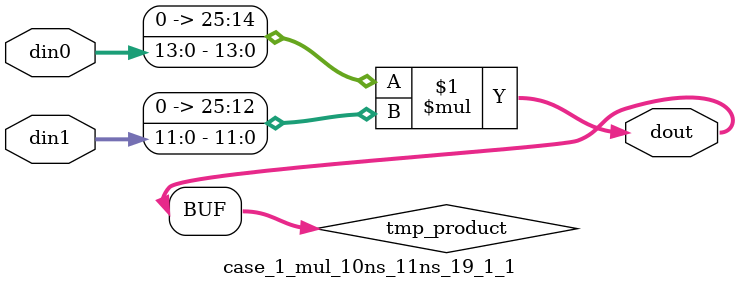
<source format=v>

`timescale 1 ns / 1 ps

 (* use_dsp = "no" *)  module case_1_mul_10ns_11ns_19_1_1(din0, din1, dout);
parameter ID = 1;
parameter NUM_STAGE = 0;
parameter din0_WIDTH = 14;
parameter din1_WIDTH = 12;
parameter dout_WIDTH = 26;

input [din0_WIDTH - 1 : 0] din0; 
input [din1_WIDTH - 1 : 0] din1; 
output [dout_WIDTH - 1 : 0] dout;

wire signed [dout_WIDTH - 1 : 0] tmp_product;
























assign tmp_product = $signed({1'b0, din0}) * $signed({1'b0, din1});











assign dout = tmp_product;





















endmodule

</source>
